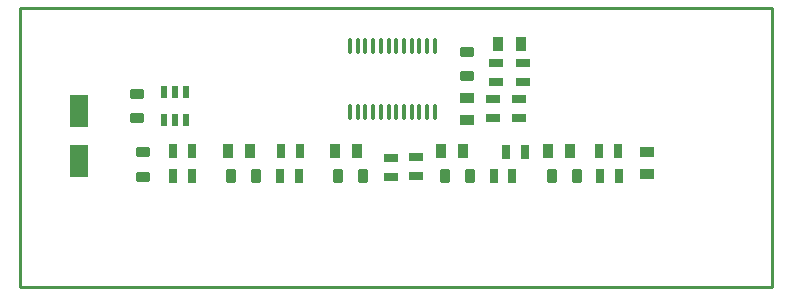
<source format=gtp>
G04 Layer_Color=7318015*
%FSAX24Y24*%
%MOIN*%
G70*
G01*
G75*
%ADD10R,0.0492X0.0315*%
%ADD11O,0.0138X0.0551*%
%ADD12R,0.0354X0.0472*%
G04:AMPARAMS|DCode=13|XSize=47.2mil|YSize=35.4mil|CornerRadius=8.9mil|HoleSize=0mil|Usage=FLASHONLY|Rotation=180.000|XOffset=0mil|YOffset=0mil|HoleType=Round|Shape=RoundedRectangle|*
%AMROUNDEDRECTD13*
21,1,0.0472,0.0177,0,0,180.0*
21,1,0.0295,0.0354,0,0,180.0*
1,1,0.0177,-0.0148,0.0089*
1,1,0.0177,0.0148,0.0089*
1,1,0.0177,0.0148,-0.0089*
1,1,0.0177,-0.0148,-0.0089*
%
%ADD13ROUNDEDRECTD13*%
%ADD14R,0.0630X0.1102*%
%ADD15R,0.0236X0.0433*%
%ADD16R,0.0315X0.0492*%
%ADD17R,0.0472X0.0354*%
G04:AMPARAMS|DCode=18|XSize=47.2mil|YSize=35.4mil|CornerRadius=8.9mil|HoleSize=0mil|Usage=FLASHONLY|Rotation=270.000|XOffset=0mil|YOffset=0mil|HoleType=Round|Shape=RoundedRectangle|*
%AMROUNDEDRECTD18*
21,1,0.0472,0.0177,0,0,270.0*
21,1,0.0295,0.0354,0,0,270.0*
1,1,0.0177,-0.0089,-0.0148*
1,1,0.0177,-0.0089,0.0148*
1,1,0.0177,0.0089,0.0148*
1,1,0.0177,0.0089,-0.0148*
%
%ADD18ROUNDEDRECTD18*%
%ADD20C,0.0100*%
D10*
X033846Y023592D02*
D03*
Y024222D02*
D03*
X029450Y020428D02*
D03*
Y021058D02*
D03*
X030300Y020453D02*
D03*
Y021083D02*
D03*
X033709Y023040D02*
D03*
Y022410D02*
D03*
X032859Y023040D02*
D03*
Y022410D02*
D03*
X032946Y023592D02*
D03*
Y024222D02*
D03*
D11*
X028093Y022598D02*
D03*
X028348D02*
D03*
X028604D02*
D03*
X028860D02*
D03*
X029116D02*
D03*
X029372D02*
D03*
X029628D02*
D03*
X029884D02*
D03*
X030140D02*
D03*
X030396D02*
D03*
X030652D02*
D03*
X030907D02*
D03*
X028093Y024802D02*
D03*
X028348D02*
D03*
X028604D02*
D03*
X028860D02*
D03*
X029116D02*
D03*
X029372D02*
D03*
X029628D02*
D03*
X029884D02*
D03*
X030140D02*
D03*
X030396D02*
D03*
X030652D02*
D03*
X030907D02*
D03*
D12*
X024770Y021303D02*
D03*
X024022D02*
D03*
X033774Y024850D02*
D03*
X033026D02*
D03*
X034672Y021303D02*
D03*
X035420D02*
D03*
X031122D02*
D03*
X031870D02*
D03*
X027572D02*
D03*
X028320D02*
D03*
D13*
X021200Y020437D02*
D03*
Y021263D02*
D03*
X032000Y023787D02*
D03*
Y024613D02*
D03*
X021000Y022387D02*
D03*
Y023213D02*
D03*
D14*
X019050Y020954D02*
D03*
Y022646D02*
D03*
D15*
X022624Y023272D02*
D03*
X022250D02*
D03*
X021876D02*
D03*
Y022328D02*
D03*
X022250D02*
D03*
X022624D02*
D03*
D16*
X022185Y020450D02*
D03*
X022815D02*
D03*
X022185Y021300D02*
D03*
X022815D02*
D03*
X033502Y020450D02*
D03*
X032873D02*
D03*
X033915Y021250D02*
D03*
X033285D02*
D03*
X037015Y021300D02*
D03*
X036385D02*
D03*
X037065Y020450D02*
D03*
X036435D02*
D03*
X026377D02*
D03*
X025748D02*
D03*
X026415Y021300D02*
D03*
X025785D02*
D03*
D17*
X032000Y023074D02*
D03*
Y022326D02*
D03*
X038000Y021274D02*
D03*
Y020526D02*
D03*
D18*
X035648Y020450D02*
D03*
X034821D02*
D03*
X032085D02*
D03*
X031259D02*
D03*
X028523D02*
D03*
X027696D02*
D03*
X024960D02*
D03*
X024134D02*
D03*
D20*
X017100Y016750D02*
Y026050D01*
Y016750D02*
X042150D01*
Y026050D01*
X017100D02*
X042150D01*
M02*

</source>
